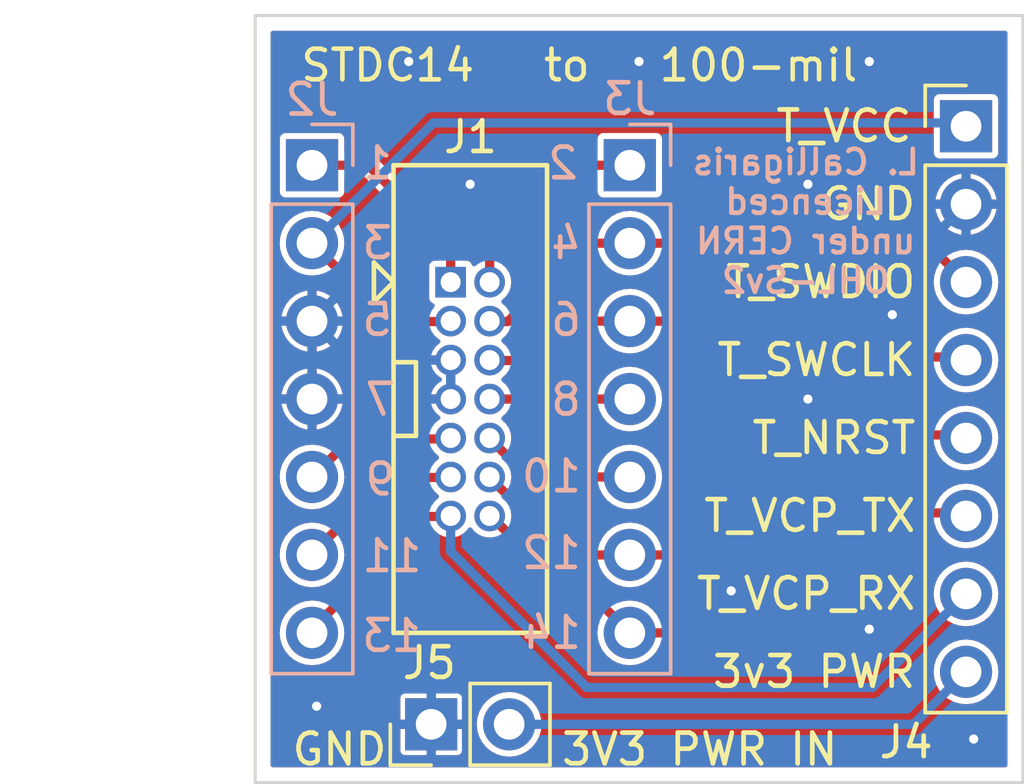
<source format=kicad_pcb>
(kicad_pcb (version 20221018) (generator pcbnew)
  (layers (0 "F.Cu" signal) (31 "B.Cu" signal) (34 "B.Paste" user) (35 "F.Paste" user) (36 "B.SilkS" user "B.Silkscreen") (37 "F.SilkS" user "F.Silkscreen") (38 "B.Mask" user) (39 "F.Mask" user) (44 "Edge.Cuts" user))
  (net 0 "")
  (net 1 "/T_VCC")
  (net 2 "/T_JTMS{slash}T_SWDIO")
  (net 3 "/GND")
  (net 4 "/T_JCLK{slash}T_SWCLK")
  (net 5 "/T_JTDO{slash}T_SWO")
  (net 6 "/T_JRCLK{slash}NC")
  (net 7 "/T_JTDI{slash}NC")
  (net 8 "/GNDDetect")
  (net 9 "/T_NRST")
  (net 10 "/T_VCP_RX")
  (net 11 "/T_VCP_TX")
  (net 12 "Net-(J4-Pin_8)")
  (net 13 "/RESERVED1")
  (net 14 "/RESERVED2")
  (footprint "stdc14-to-100mil-breakout:PinHeader_1x02_P2.54mm_Vertical" (layer "F.Cu") (at 47 63.1 90)
    (fp_text reference "J5" (at 2 -1.33 180) (layer "F.SilkS") (effects (font (thickness 0.153))))
    (fp_text value "PinHeader_1x02_P2.54mm_Vertical" hide)
    (fp_line (start -1.33 -2.6) (end 0 -2.6) (stroke (width 0.12)) (layer "F.SilkS"))
    (fp_line (start -1.33 -1.27) (end -1.33 -2.6) (stroke (width 0.12)) (layer "F.SilkS"))
    (fp_line (start -1.33 0) (end -1.33 2.6) (stroke (width 0.12)) (layer "F.SilkS"))
    (fp_line (start -1.33 0) (end 1.33 0) (stroke (width 0.12)) (layer "F.SilkS"))
    (fp_line (start -1.33 2.6) (end 1.33 2.6) (stroke (width 0.12)) (layer "F.SilkS"))
    (fp_line (start 1.33 0) (end 1.33 2.6) (stroke (width 0.12)) (layer "F.SilkS"))
    (pad "1" thru_hole rect (at 0 -1.27 90) (size 1.7 1.7) (drill 1) (layers "*.Cu" "*.Mask") (net 3 "/GND"))
    (pad "2" thru_hole oval (at 0 1.27 90) (size 1.7 1.7) (drill 1) (layers "*.Cu" "*.Mask") (net 12 "Net-(J4-Pin_8)"))
  )
  (footprint "stdc14-to-100mil-breakout:PinHeader_1x08_P2.54mm_Vertical" (layer "F.Cu") (at 63.15 52.5)
    (fp_text reference "J4" (at -1.95 11.18) (layer "F.SilkS") (effects (font (thickness 0.153))))
    (fp_text value "PinHeader_1x08_P2.54mm_Vertical" hide)
    (fp_line (start -1.33 -10.22) (end 0 -10.22) (stroke (width 0.12)) (layer "F.SilkS"))
    (fp_line (start -1.33 -8.89) (end -1.33 -10.22) (stroke (width 0.12)) (layer "F.SilkS"))
    (fp_line (start -1.33 -7.62) (end -1.33 10.22) (stroke (width 0.12)) (layer "F.SilkS"))
    (fp_line (start -1.33 -7.62) (end 1.33 -7.62) (stroke (width 0.12)) (layer "F.SilkS"))
    (fp_line (start -1.33 10.22) (end 1.33 10.22) (stroke (width 0.12)) (layer "F.SilkS"))
    (fp_line (start 1.33 -7.62) (end 1.33 10.22) (stroke (width 0.12)) (layer "F.SilkS"))
    (pad "1" thru_hole rect (at 0 -8.89) (size 1.7 1.7) (drill 1) (layers "*.Cu" "*.Mask") (net 1 "/T_VCC"))
    (pad "2" thru_hole oval (at 0 -6.35) (size 1.7 1.7) (drill 1) (layers "*.Cu" "*.Mask") (net 3 "/GND"))
    (pad "3" thru_hole oval (at 0 -3.81) (size 1.7 1.7) (drill 1) (layers "*.Cu" "*.Mask") (net 2 "/T_JTMS{slash}T_SWDIO"))
    (pad "4" thru_hole oval (at 0 -1.27) (size 1.7 1.7) (drill 1) (layers "*.Cu" "*.Mask") (net 4 "/T_JCLK{slash}T_SWCLK"))
    (pad "5" thru_hole oval (at 0 1.27) (size 1.7 1.7) (drill 1) (layers "*.Cu" "*.Mask") (net 9 "/T_NRST"))
    (pad "6" thru_hole oval (at 0 3.81) (size 1.7 1.7) (drill 1) (layers "*.Cu" "*.Mask") (net 11 "/T_VCP_TX"))
    (pad "7" thru_hole oval (at 0 6.35) (size 1.7 1.7) (drill 1) (layers "*.Cu" "*.Mask") (net 10 "/T_VCP_RX"))
    (pad "8" thru_hole oval (at 0 8.89) (size 1.7 1.7) (drill 1) (layers "*.Cu" "*.Mask") (net 12 "Net-(J4-Pin_8)"))
  )
  (footprint "stdc14-to-100mil-breakout:IDC-Header_2x07_P1.27mm_Vertical" (layer "F.Cu") (at 47 52.5)
    (fp_text reference "J1" (at 0.01 -8.54) (layer "F.SilkS") (effects (font (thickness 0.153))))
    (fp_text value "STDC14_MaleReceptacle_TargetSide" hide)
    (fp_line (start -3.135 -4.45) (end -3.135 -3.17) (stroke (width 0.15)) (layer "F.SilkS"))
    (fp_line (start -3.135 -3.17) (end -2.495 -3.81) (stroke (width 0.15)) (layer "F.SilkS"))
    (fp_line (start -2.495 -7.62) (end -2.495 7.62) (stroke (width 0.15)) (layer "F.SilkS"))
    (fp_line (start -2.495 -7.62) (end 2.505 -7.62) (stroke (width 0.15)) (layer "F.SilkS"))
    (fp_line (start -2.495 -3.81) (end -3.135 -4.45) (stroke (width 0.15)) (layer "F.SilkS"))
    (fp_line (start -2.495 -1.2) (end -1.765 -1.2) (stroke (width 0.15)) (layer "F.SilkS"))
    (fp_line (start -2.495 1.2) (end -1.765 1.2) (stroke (width 0.15)) (layer "F.SilkS"))
    (fp_line (start -2.495 7.62) (end 2.505 7.62) (stroke (width 0.15)) (layer "F.SilkS"))
    (fp_line (start -1.765 -1.2) (end -1.765 1.2) (stroke (width 0.15)) (layer "F.SilkS"))
    (fp_line (start 2.505 -7.62) (end 2.505 7.62) (stroke (width 0.15)) (layer "F.SilkS"))
    (pad "1" thru_hole rect (at -0.635 -3.81) (size 1 1) (drill 0.65) (layers "*.Cu" "*.Mask") (net 13 "/RESERVED1"))
    (pad "2" thru_hole oval (at 0.635 -3.81) (size 1 1) (drill 0.65) (layers "*.Cu" "*.Mask") (net 14 "/RESERVED2"))
    (pad "3" thru_hole oval (at -0.635 -2.54) (size 1 1) (drill 0.65) (layers "*.Cu" "*.Mask") (net 1 "/T_VCC"))
    (pad "4" thru_hole oval (at 0.635 -2.54) (size 1 1) (drill 0.65) (layers "*.Cu" "*.Mask") (net 2 "/T_JTMS{slash}T_SWDIO"))
    (pad "5" thru_hole oval (at -0.635 -1.27) (size 1 1) (drill 0.65) (layers "*.Cu" "*.Mask") (net 3 "/GND"))
    (pad "6" thru_hole oval (at 0.635 -1.27) (size 1 1) (drill 0.65) (layers "*.Cu" "*.Mask") (net 4 "/T_JCLK{slash}T_SWCLK"))
    (pad "7" thru_hole oval (at -0.635 0) (size 1 1) (drill 0.65) (layers "*.Cu" "*.Mask") (net 3 "/GND"))
    (pad "8" thru_hole oval (at 0.635 0) (size 1 1) (drill 0.65) (layers "*.Cu" "*.Mask") (net 5 "/T_JTDO{slash}T_SWO"))
    (pad "9" thru_hole oval (at -0.635 1.27) (size 1 1) (drill 0.65) (layers "*.Cu" "*.Mask") (net 6 "/T_JRCLK{slash}NC"))
    (pad "10" thru_hole oval (at 0.635 1.27) (size 1 1) (drill 0.65) (layers "*.Cu" "*.Mask") (net 7 "/T_JTDI{slash}NC"))
    (pad "11" thru_hole oval (at -0.635 2.54) (size 1 1) (drill 0.65) (layers "*.Cu" "*.Mask") (net 8 "/GNDDetect"))
    (pad "12" thru_hole oval (at 0.635 2.54) (size 1 1) (drill 0.65) (layers "*.Cu" "*.Mask") (net 9 "/T_NRST"))
    (pad "13" thru_hole oval (at -0.635 3.81) (size 1 1) (drill 0.65) (layers "*.Cu" "*.Mask") (net 10 "/T_VCP_RX"))
    (pad "14" thru_hole oval (at 0.635 3.81) (size 1 1) (drill 0.65) (layers "*.Cu" "*.Mask") (net 11 "/T_VCP_TX"))
  )
  (footprint "stdc14-to-100mil-breakout:PinHeader_1x07_P2.54mm_Vertical" (layer "B.Cu") (at 41.85 52.5 180)
    (fp_text reference "J2" (at 0 9.76) (layer "B.SilkS") (effects (font (thickness 0.153)) (justify mirror)))
    (fp_text value "PinHeader_1x07_P2.54mm_Vertical" hide)
    (fp_line (start -1.33 -8.95) (end 1.33 -8.95) (stroke (width 0.12)) (layer "B.SilkS"))
    (fp_line (start -1.33 6.35) (end -1.33 -8.95) (stroke (width 0.12)) (layer "B.SilkS"))
    (fp_line (start -1.33 6.35) (end 1.33 6.35) (stroke (width 0.12)) (layer "B.SilkS"))
    (fp_line (start -1.33 7.62) (end -1.33 8.95) (stroke (width 0.12)) (layer "B.SilkS"))
    (fp_line (start -1.33 8.95) (end 0 8.95) (stroke (width 0.12)) (layer "B.SilkS"))
    (fp_line (start 1.33 6.35) (end 1.33 -8.95) (stroke (width 0.12)) (layer "B.SilkS"))
    (pad "1" thru_hole rect (at 0 7.62 180) (size 1.7 1.7) (drill 1) (layers "*.Cu" "*.Mask") (net 13 "/RESERVED1"))
    (pad "2" thru_hole oval (at 0 5.08 180) (size 1.7 1.7) (drill 1) (layers "*.Cu" "*.Mask") (net 1 "/T_VCC"))
    (pad "3" thru_hole oval (at 0 2.54 180) (size 1.7 1.7) (drill 1) (layers "*.Cu" "*.Mask") (net 3 "/GND"))
    (pad "4" thru_hole oval (at 0 0 180) (size 1.7 1.7) (drill 1) (layers "*.Cu" "*.Mask") (net 3 "/GND"))
    (pad "5" thru_hole oval (at 0 -2.54 180) (size 1.7 1.7) (drill 1) (layers "*.Cu" "*.Mask") (net 6 "/T_JRCLK{slash}NC"))
    (pad "6" thru_hole oval (at 0 -5.08 180) (size 1.7 1.7) (drill 1) (layers "*.Cu" "*.Mask") (net 8 "/GNDDetect"))
    (pad "7" thru_hole oval (at 0 -7.62 180) (size 1.7 1.7) (drill 1) (layers "*.Cu" "*.Mask") (net 10 "/T_VCP_RX"))
  )
  (footprint "stdc14-to-100mil-breakout:PinHeader_1x07_P2.54mm_Vertical" (layer "B.Cu") (at 52.2 52.5 180)
    (fp_text reference "J3" (at 0 9.78) (layer "B.SilkS") (effects (font (thickness 0.153)) (justify mirror)))
    (fp_text value "PinHeader_1x07_P2.54mm_Vertical" hide)
    (fp_line (start -1.33 -8.95) (end 1.33 -8.95) (stroke (width 0.12)) (layer "B.SilkS"))
    (fp_line (start -1.33 6.35) (end -1.33 -8.95) (stroke (width 0.12)) (layer "B.SilkS"))
    (fp_line (start -1.33 6.35) (end 1.33 6.35) (stroke (width 0.12)) (layer "B.SilkS"))
    (fp_line (start -1.33 7.62) (end -1.33 8.95) (stroke (width 0.12)) (layer "B.SilkS"))
    (fp_line (start -1.33 8.95) (end 0 8.95) (stroke (width 0.12)) (layer "B.SilkS"))
    (fp_line (start 1.33 6.35) (end 1.33 -8.95) (stroke (width 0.12)) (layer "B.SilkS"))
    (pad "1" thru_hole rect (at 0 7.62 180) (size 1.7 1.7) (drill 1) (layers "*.Cu" "*.Mask") (net 14 "/RESERVED2"))
    (pad "2" thru_hole oval (at 0 5.08 180) (size 1.7 1.7) (drill 1) (layers "*.Cu" "*.Mask") (net 2 "/T_JTMS{slash}T_SWDIO"))
    (pad "3" thru_hole oval (at 0 2.54 180) (size 1.7 1.7) (drill 1) (layers "*.Cu" "*.Mask") (net 4 "/T_JCLK{slash}T_SWCLK"))
    (pad "4" thru_hole oval (at 0 0 180) (size 1.7 1.7) (drill 1) (layers "*.Cu" "*.Mask") (net 5 "/T_JTDO{slash}T_SWO"))
    (pad "5" thru_hole oval (at 0 -2.54 180) (size 1.7 1.7) (drill 1) (layers "*.Cu" "*.Mask") (net 7 "/T_JTDI{slash}NC"))
    (pad "6" thru_hole oval (at 0 -5.08 180) (size 1.7 1.7) (drill 1) (layers "*.Cu" "*.Mask") (net 9 "/T_NRST"))
    (pad "7" thru_hole oval (at 0 -7.62 180) (size 1.7 1.7) (drill 1) (layers "*.Cu" "*.Mask") (net 11 "/T_VCP_TX"))
  )
  (gr_rect (start 40 40) (end 65 65) (stroke (width 0.1)) (fill none) (layer "Edge.Cuts"))
  (gr_text "3" (at 43.4 48) (layer "B.SilkS") (effects (font (size 1 1) (thickness 0.153)) (justify right bottom mirror)))
  (gr_text "13" (at 45.5 60.8) (layer "B.SilkS") (effects (font (size 1 1) (thickness 0.153)) (justify left bottom mirror)))
  (gr_text "L. Calligaris\nLicenced\nunder CERN\nOHL-Sv2" (at 57.93 49.11) (layer "B.SilkS") (effects (font (size 0.8 0.8)) (justify bottom mirror)))
  (gr_text "5" (at 43.4 50.5) (layer "B.SilkS") (effects (font (size 1 1) (thickness 0.153)) (justify right bottom mirror)))
  (gr_text "14" (at 50.7 60.7) (layer "B.SilkS") (effects (font (size 1 1) (thickness 0.153)) (justify left bottom mirror)))
  (gr_text "10" (at 50.7 55.6) (layer "B.SilkS") (effects (font (size 1 1) (thickness 0.153)) (justify left bottom mirror)))
  (gr_text "11" (at 43.4 58.2) (layer "B.SilkS") (effects (font (size 1 1) (thickness 0.153)) (justify right bottom mirror)))
  (gr_text "4" (at 50.7 48) (layer "B.SilkS") (effects (font (size 1 1) (thickness 0.153)) (justify left bottom mirror)))
  (gr_text "12" (at 50.7 58.1) (layer "B.SilkS") (effects (font (size 1 1) (thickness 0.153)) (justify left bottom mirror)))
  (gr_text "1" (at 43.4 45.4) (layer "B.SilkS") (effects (font (size 1 1) (thickness 0.153)) (justify right bottom mirror)))
  (gr_text "8" (at 50.7 53.1) (layer "B.SilkS") (effects (font (size 1 1) (thickness 0.153)) (justify left bottom mirror)))
  (gr_text "6" (at 50.7 50.5) (layer "B.SilkS") (effects (font (size 1 1) (thickness 0.153)) (justify left bottom mirror)))
  (gr_text "2" (at 50.6 45.4) (layer "B.SilkS") (effects (font (size 1 1) (thickness 0.153)) (justify left bottom mirror)))
  (gr_text "9" (at 43.5 55.7) (layer "B.SilkS") (effects (font (size 1 1) (thickness 0.153)) (justify right bottom mirror)))
  (gr_text "7" (at 43.5 53.1) (layer "B.SilkS") (effects (font (size 1 1) (thickness 0.153)) (justify right bottom mirror)))
  (gr_text "T_SWDIO" (at 61.59 49.271) (layer "F.SilkS") (effects (font (size 1 1) (thickness 0.153)) (justify right bottom)))
  (gr_text "T_VCC" (at 61.463 44.191) (layer "F.SilkS") (effects (font (size 1 1) (thickness 0.153)) (justify right bottom)))
  (gr_text "T_SWCLK" (at 61.59 51.811) (layer "F.SilkS") (effects (font (size 1 1) (thickness 0.153)) (justify right bottom)))
  (gr_text "T_NRST" (at 61.59 54.351) (layer "F.SilkS") (effects (font (size 1 1) (thickness 0.153)) (justify right bottom)))
  (gr_text "T_VCP_TX" (at 61.59 56.891) (layer "F.SilkS") (effects (font (size 1 1) (thickness 0.153)) (justify right bottom)))
  (gr_text "STDC14   to   100-mil" (at 59.7 42.21) (layer "F.SilkS") (effects (font (size 1 1)) (justify right bottom)))
  (gr_text "3V3 PWR IN" (at 49.9 64.5) (layer "F.SilkS") (effects (font (size 1 1) (thickness 0.153)) (justify left bottom)))
  (gr_text "GND" (at 41.12 64.5) (layer "F.SilkS") (effects (font (size 1 1) (thickness 0.153)) (justify left bottom)))
  (gr_text "T_VCP_RX" (at 61.59 59.431) (layer "F.SilkS") (effects (font (size 1 1) (thickness 0.153)) (justify right bottom)))
  (gr_text "3v3 PWR" (at 61.59 61.971) (layer "F.SilkS") (effects (font (size 1 1) (thickness 0.153)) (justify right bottom)))
  (gr_text "GND" (at 61.59 46.731) (layer "F.SilkS") (effects (font (size 1 1) (thickness 0.153)) (justify right bottom)))
  (segment (start 46.365 49.975) (end 44.405 49.975) (width 0.3) (layer "F.Cu") (net 1))
  (segment (start 44.405 49.975) (end 41.85 47.42) (width 0.3) (layer "F.Cu") (net 1))
  (segment (start 41.88 47.42) (end 45.8 43.5) (width 0.3) (layer "B.Cu") (net 1))
  (segment (start 45.8 43.5) (end 63.04 43.5) (width 0.3) (layer "B.Cu") (net 1))
  (segment (start 63.04 43.5) (end 63.15 43.61) (width 0.3) (layer "B.Cu") (net 1))
  (segment (start 41.85 47.42) (end 41.88 47.42) (width 0.3) (layer "B.Cu") (net 1))
  (segment (start 50.78 47.42) (end 52.2 47.42) (width 0.3) (layer "F.Cu") (net 2))
  (segment (start 52.2 47.42) (end 61.88 47.42) (width 0.3) (layer "F.Cu") (net 2))
  (segment (start 61.88 47.42) (end 63.15 48.69) (width 0.3) (layer "F.Cu") (net 2))
  (segment (start 48.225 49.975) (end 50.78 47.42) (width 0.3) (layer "F.Cu") (net 2))
  (segment (start 47.635 49.975) (end 48.225 49.975) (width 0.3) (layer "F.Cu") (net 2))
  (segment (start 46.365 52.5) (end 41.85 52.5) (width 0.3) (layer "F.Cu") (net 3))
  (segment (start 46.365 51.245) (end 46.365 52.515) (width 0.3) (layer "F.Cu") (net 3))
  (segment (start 43.12 51.23) (end 41.85 49.96) (width 0.3) (layer "F.Cu") (net 3))
  (segment (start 41.85 49.96) (end 41.85 52.5) (width 0.3) (layer "F.Cu") (net 3))
  (segment (start 46.365 51.23) (end 43.12 51.23) (width 0.3) (layer "F.Cu") (net 3))
  (via (at 60.75 49.75) (size 0.6) (drill 0.3) (layers "F.Cu" "B.Cu") (net 3))
  (via (at 58 45.5) (size 0.6) (drill 0.3) (layers "F.Cu" "B.Cu") (net 3))
  (via (at 60 60) (size 0.6) (drill 0.3) (layers "F.Cu" "B.Cu") (net 3))
  (via (at 52.5 41.5) (size 0.6) (drill 0.3) (layers "F.Cu" "B.Cu") (net 3))
  (via (at 55.5 58.75) (size 0.6) (drill 0.3) (layers "F.Cu" "B.Cu") (net 3))
  (via (at 45 41.5) (size 0.6) (drill 0.3) (layers "F.Cu" "B.Cu") (net 3))
  (via (at 47 45.5) (size 0.6) (drill 0.3) (layers "F.Cu" "B.Cu") (net 3))
  (via (at 42 62.51) (size 0.6) (drill 0.3) (layers "F.Cu" "B.Cu") (net 3))
  (via (at 63.4 63.58) (size 0.6) (drill 0.3) (layers "F.Cu" "B.Cu") (net 3))
  (via (at 58 52.5) (size 0.6) (drill 0.3) (layers "F.Cu" "B.Cu") (net 3))
  (via (at 60 41.5) (size 0.6) (drill 0.3) (layers "F.Cu" "B.Cu") (net 3))
  (segment (start 45.73 63.1) (end 45.73 59.41) (width 0.3) (layer "B.Cu") (net 3))
  (segment (start 45.73 59.41) (end 44.1 57.78) (width 0.3) (layer "B.Cu") (net 3))
  (segment (start 49.3 47.6) (end 44.2 47.6) (width 0.3) (layer "B.Cu") (net 3))
  (segment (start 44.1 52.2) (end 41.86 49.96) (width 0.3) (layer "B.Cu") (net 3))
  (segment (start 44.2 47.6) (end 41.85 49.95) (width 0.3) (layer "B.Cu") (net 3))
  (segment (start 41.86 49.96) (end 41.85 49.96) (width 0.3) (layer "B.Cu") (net 3))
  (segment (start 60.6 48.7) (end 50.4 48.7) (width 0.3) (layer "B.Cu") (net 3))
  (segment (start 50.4 48.7) (end 49.3 47.6) (width 0.3) (layer "B.Cu") (net 3))
  (segment (start 41.85 49.95) (end 41.85 49.96) (width 0.3) (layer "B.Cu") (net 3))
  (segment (start 63.15 46.15) (end 60.6 48.7) (width 0.3) (layer "B.Cu") (net 3))
  (segment (start 44.1 57.78) (end 44.1 52.2) (width 0.3) (layer "B.Cu") (net 3))
  (segment (start 49.055 51.245) (end 50.34 49.96) (width 0.3) (layer "F.Cu") (net 4))
  (segment (start 47.635 51.245) (end 49.055 51.245) (width 0.3) (layer "F.Cu") (net 4))
  (segment (start 50.34 49.96) (end 52.2 49.96) (width 0.3) (layer "F.Cu") (net 4))
  (segment (start 52.2 49.96) (end 58.395 49.96) (width 0.3) (layer "F.Cu") (net 4))
  (segment (start 59.565 51.13) (end 63.05 51.13) (width 0.3) (layer "F.Cu") (net 4))
  (segment (start 63.05 51.13) (end 63.15 51.23) (width 0.3) (layer "F.Cu") (net 4))
  (segment (start 58.395 49.96) (end 59.565 51.13) (width 0.3) (layer "F.Cu") (net 4))
  (segment (start 47.635 52.515) (end 47.635 52.465) (width 0.3) (layer "F.Cu") (net 5))
  (segment (start 47.635 52.465) (end 47.67 52.5) (width 0.3) (layer "F.Cu") (net 5))
  (segment (start 47.67 52.5) (end 52.2 52.5) (width 0.3) (layer "F.Cu") (net 5))
  (segment (start 43.1 53.8) (end 41.86 55.04) (width 0.3) (layer "F.Cu") (net 6))
  (segment (start 46.35 53.8) (end 43.1 53.8) (width 0.3) (layer "F.Cu") (net 6))
  (segment (start 41.86 55.04) (end 41.85 55.04) (width 0.3) (layer "F.Cu") (net 6))
  (segment (start 46.365 53.785) (end 46.35 53.8) (width 0.3) (layer "F.Cu") (net 6))
  (segment (start 47.635 53.785) (end 48.89 55.04) (width 0.3) (layer "F.Cu") (net 7))
  (segment (start 48.89 55.04) (end 52.2 55.04) (width 0.3) (layer "F.Cu") (net 7))
  (segment (start 46.365 55.055) (end 44.345 55.055) (width 0.3) (layer "F.Cu") (net 8))
  (segment (start 41.85 57.55) (end 41.85 57.58) (width 0.3) (layer "F.Cu") (net 8))
  (segment (start 44.345 55.055) (end 41.85 57.55) (width 0.3) (layer "F.Cu") (net 8))
  (segment (start 61.23 53.67) (end 63.05 53.67) (width 0.3) (layer "F.Cu") (net 9))
  (segment (start 63.05 53.67) (end 63.15 53.77) (width 0.3) (layer "F.Cu") (net 9))
  (segment (start 52.2 57.58) (end 57.32 57.58) (width 0.3) (layer "F.Cu") (net 9))
  (segment (start 57.32 57.58) (end 61.23 53.67) (width 0.3) (layer "F.Cu") (net 9))
  (segment (start 50.16 57.58) (end 52.2 57.58) (width 0.3) (layer "F.Cu") (net 9))
  (segment (start 47.635 55.055) (end 50.16 57.58) (width 0.3) (layer "F.Cu") (net 9))
  (segment (start 41.85 60.12) (end 41.85 60) (width 0.3) (layer "F.Cu") (net 10))
  (segment (start 45.525 56.325) (end 46.365 56.325) (width 0.3) (layer "F.Cu") (net 10))
  (segment (start 41.85 60) (end 45.525 56.325) (width 0.3) (layer "F.Cu") (net 10))
  (segment (start 60.1 61.9) (end 50.8 61.9) (width 0.3) (layer "B.Cu") (net 10))
  (segment (start 63.15 58.85) (end 60.1 61.9) (width 0.3) (layer "B.Cu") (net 10))
  (segment (start 46.365 57.465) (end 46.365 56.325) (width 0.3) (layer "B.Cu") (net 10))
  (segment (start 50.8 61.9) (end 46.365 57.465) (width 0.3) (layer "B.Cu") (net 10))
  (segment (start 63.05 56.21) (end 63.15 56.31) (width 0.3) (layer "F.Cu") (net 11))
  (segment (start 50.88 58.8) (end 52.2 60.12) (width 0.3) (layer "F.Cu") (net 11))
  (segment (start 50.16 58.8) (end 50.88 58.8) (width 0.3) (layer "F.Cu") (net 11))
  (segment (start 52.2 60.12) (end 57.58 60.12) (width 0.3) (layer "F.Cu") (net 11))
  (segment (start 47.635 56.325) (end 47.685 56.325) (width 0.3) (layer "F.Cu") (net 11))
  (segment (start 61.49 56.21) (end 63.05 56.21) (width 0.3) (layer "F.Cu") (net 11))
  (segment (start 57.58 60.12) (end 61.49 56.21) (width 0.3) (layer "F.Cu") (net 11))
  (segment (start 47.685 56.325) (end 50.16 58.8) (width 0.3) (layer "F.Cu") (net 11))
  (segment (start 61.44 63.1) (end 63.15 61.39) (width 0.3) (layer "B.Cu") (net 12))
  (segment (start 48.27 63.1) (end 61.44 63.1) (width 0.3) (layer "B.Cu") (net 12))
  (segment (start 46.365 47.565) (end 43.68 44.88) (width 0.3) (layer "F.Cu") (net 13))
  (segment (start 43.68 44.88) (end 41.85 44.88) (width 0.3) (layer "F.Cu") (net 13))
  (segment (start 46.365 48.705) (end 46.365 47.565) (width 0.3) (layer "F.Cu") (net 13))
  (segment (start 47.635 48.705) (end 47.635 47.565) (width 0.3) (layer "F.Cu") (net 14))
  (segment (start 50.32 44.88) (end 52.2 44.88) (width 0.3) (layer "F.Cu") (net 14))
  (segment (start 47.635 47.565) (end 50.32 44.88) (width 0.3) (layer "F.Cu") (net 14))
  (zone (net 3) (net_name "/GND") (layer "F.Cu") (connect_pads (clearance 0.2)) (min_thickness 0.153) (fill yes (thermal_gap 0.153) (thermal_bridge_width 0.3))
    (polygon (pts (xy 40.5 40.5) (xy 40.5 64.5) (xy 64.5 64.5) (xy 64.5 40.5)))
  )
  (zone (net 3) (net_name "/GND") (layer "B.Cu") (connect_pads (clearance 0.2)) (min_thickness 0.153) (fill yes (thermal_gap 0.153) (thermal_bridge_width 0.3))
    (polygon (pts (xy 40.5 40.5) (xy 40.5 64.5) (xy 64.5 64.5) (xy 64.5 40.5)))
  )
)
</source>
